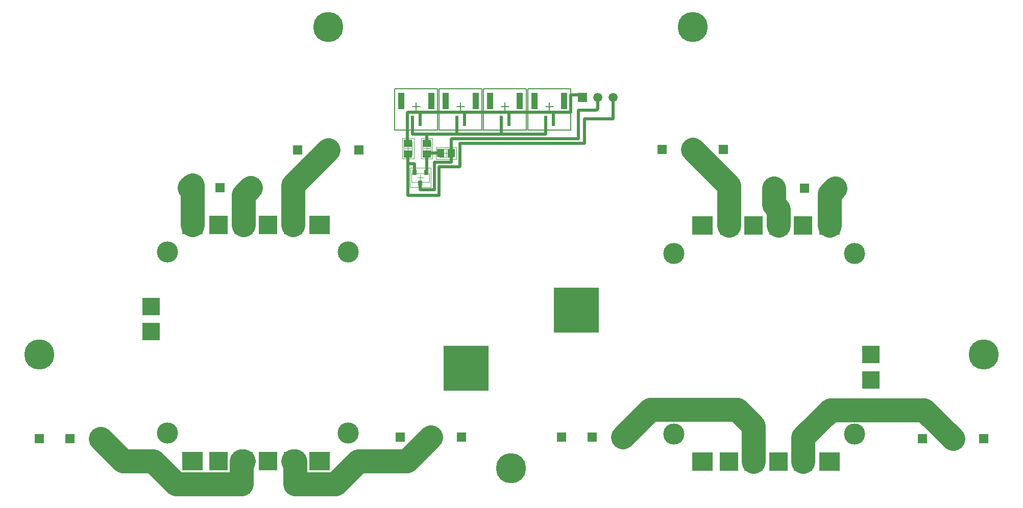
<source format=gtl>
G04*
G04 #@! TF.GenerationSoftware,Altium Limited,Altium Designer,18.1.9 (240)*
G04*
G04 Layer_Physical_Order=1*
G04 Layer_Color=255*
%FSLAX43Y43*%
%MOMM*%
G71*
G01*
G75*
%ADD11C,0.200*%
%ADD13C,0.254*%
%ADD18C,0.100*%
%ADD19C,0.050*%
%ADD20R,0.802X0.972*%
%ADD21R,1.350X1.150*%
%ADD22R,1.150X1.350*%
%ADD23R,1.000X2.800*%
%ADD24R,0.600X1.700*%
%ADD39C,0.508*%
%ADD40C,4.000*%
%ADD41R,7.500X7.500*%
%ADD42R,1.500X1.500*%
%ADD43C,1.500*%
%ADD44R,1.524X1.524*%
%ADD45C,3.508*%
%ADD46R,3.000X3.000*%
%ADD47R,3.500X3.100*%
%ADD48R,3.100X3.100*%
%ADD49C,5.000*%
D11*
X100828Y142264D02*
Y149122D01*
X107940D01*
Y142264D02*
Y149122D01*
X100828Y142264D02*
X107940D01*
X103749Y146201D02*
X105019D01*
X104384Y145566D02*
Y146836D01*
X93462Y142264D02*
Y149122D01*
X100574D01*
Y142264D02*
Y149122D01*
X93462Y142264D02*
X100574D01*
X96383Y146201D02*
X97653D01*
X97018Y145566D02*
Y146836D01*
X86116Y142264D02*
Y149122D01*
X93228D01*
Y142264D02*
Y149122D01*
X86116Y142264D02*
X93228D01*
X89037Y146201D02*
X90307D01*
X89672Y145566D02*
Y146836D01*
X78750Y142264D02*
Y149122D01*
X85862D01*
Y142264D02*
Y149122D01*
X78750Y142264D02*
X85862D01*
X81671Y146201D02*
X82941D01*
X82306Y145566D02*
Y146836D01*
D13*
X89007Y143724D02*
X89047Y143764D01*
D18*
X81492Y135070D02*
X84492D01*
X81492Y133670D02*
X84492D01*
Y135070D01*
X81492Y133670D02*
Y135070D01*
X80269Y140292D02*
X81619D01*
X80269Y138092D02*
X81619D01*
Y140292D01*
X80269Y138092D02*
Y140292D01*
X83399Y140292D02*
X84749D01*
X83399Y138092D02*
X84749D01*
Y140292D01*
X83399Y138092D02*
Y140292D01*
X86149Y137755D02*
Y139105D01*
X88349Y137755D02*
Y139105D01*
X86149D02*
X88349D01*
X86149Y137755D02*
X88349D01*
X82992Y133870D02*
Y134870D01*
X82492Y134370D02*
X83492D01*
X80944Y138692D02*
Y139692D01*
X80444Y139192D02*
X81444D01*
X84074Y138692D02*
Y139692D01*
X83574Y139192D02*
X84574D01*
X86749Y138430D02*
X87749D01*
X87249Y137930D02*
Y138930D01*
D19*
X81242Y135970D02*
X84742D01*
X81242Y132770D02*
X84742D01*
Y135970D01*
X81242Y132770D02*
Y135970D01*
X79994Y140892D02*
X81894D01*
X79994Y137492D02*
X81894D01*
Y140892D01*
X79994Y137492D02*
Y140892D01*
X83124Y140892D02*
X85024D01*
X83124Y137492D02*
X85024D01*
Y140892D01*
X83124Y137492D02*
Y140892D01*
X85549Y137480D02*
Y139380D01*
X88949Y137480D02*
Y139380D01*
X85549D02*
X88949D01*
X85549Y137480D02*
X88949D01*
D20*
X83942Y135255D02*
D03*
X82042D02*
D03*
X82992Y133485D02*
D03*
D21*
X80944Y140067D02*
D03*
Y138317D02*
D03*
X84074Y140067D02*
D03*
Y138317D02*
D03*
D22*
X86374Y138430D02*
D03*
X88124D02*
D03*
D23*
X106859Y147114D02*
D03*
X101909D02*
D03*
X99493D02*
D03*
X94543D02*
D03*
X92147D02*
D03*
X87197D02*
D03*
X84781D02*
D03*
X79831D02*
D03*
D24*
X105009Y143764D02*
D03*
X103759D02*
D03*
X97643D02*
D03*
X96393D02*
D03*
X90297D02*
D03*
X89047D02*
D03*
X82931D02*
D03*
X81681D02*
D03*
D39*
X84201Y141625D02*
X89007D01*
X84074Y141498D02*
X84201Y141625D01*
X89007D02*
Y143724D01*
X109220Y140815D02*
Y145542D01*
X110236Y140053D02*
Y144145D01*
X114935D01*
X109220Y145542D02*
X112141D01*
X88237Y140815D02*
X109220D01*
X89597Y140053D02*
X110236D01*
X80944Y131445D02*
X86106D01*
Y136144D01*
X82931Y132334D02*
X85344D01*
Y136906D01*
X88124D01*
Y138430D01*
X86106Y136144D02*
X89470D01*
X89597Y136271D02*
Y140053D01*
X89470Y136144D02*
X89597Y136271D01*
X88124Y138430D02*
Y140702D01*
X88237Y140815D01*
X84074Y140067D02*
Y141498D01*
Y135387D02*
Y138317D01*
X80944Y136652D02*
X82042D01*
Y135255D02*
Y136652D01*
X80944Y131445D02*
Y136652D01*
X82931Y132334D02*
Y133424D01*
X80944Y136652D02*
Y138317D01*
X80873Y140138D02*
Y145135D01*
X80944Y145206D02*
X82931D01*
X80873Y145135D02*
X80944Y145206D01*
X82931Y133424D02*
X82992Y133485D01*
X83942Y135255D02*
X84074Y135387D01*
X80873Y140138D02*
X80944Y140067D01*
X84074Y138317D02*
X84187Y138430D01*
X86374D01*
X81681Y141625D02*
X84201D01*
X82931Y143764D02*
Y145206D01*
X90252D01*
X114935Y144145D02*
Y147701D01*
X112141Y145542D02*
X112395Y145796D01*
Y147701D01*
X109474Y148082D02*
X109855Y147701D01*
X107950Y148082D02*
X109474D01*
X107950Y145206D02*
Y148082D01*
X104831Y145206D02*
X107950D01*
X97663D02*
X104831D01*
X105009Y145028D01*
Y143764D02*
Y145028D01*
X97643Y143764D02*
X97663Y143784D01*
Y145206D01*
X90252D02*
X97663D01*
X90297Y143764D02*
Y145161D01*
X90252Y145206D02*
X90297Y145161D01*
X81681Y141625D02*
Y143764D01*
X89007Y141625D02*
X96393D01*
X103759D02*
Y143764D01*
X96393Y141625D02*
X103759D01*
X96393D02*
Y143764D01*
D40*
X45150Y126550D02*
Y133161D01*
X44704Y132715D02*
X45150Y133161D01*
X53354Y83546D02*
Y87350D01*
X62246Y83546D02*
Y87350D01*
X128143Y139065D02*
X134150Y133058D01*
Y126471D02*
Y133058D01*
X61850Y133097D02*
X67691Y138938D01*
X61850Y126550D02*
Y133097D01*
X29972Y91059D02*
X33681Y87350D01*
X38662D01*
X42466Y83546D01*
X53354D01*
Y87350D02*
X53650D01*
X80746D02*
X84709Y91313D01*
X72738Y87350D02*
X80746D01*
X68934Y83546D02*
X72738Y87350D01*
X62246Y83546D02*
X68934D01*
X61850Y87350D02*
X62246D01*
X150850Y126471D02*
Y131673D01*
X151765Y132588D01*
X53650Y126550D02*
Y131501D01*
X54864Y132715D01*
X146450Y87271D02*
Y91281D01*
X151003Y95834D01*
X166548D01*
X171323Y91059D01*
X138250Y87271D02*
Y93195D01*
X135560Y95885D02*
X138250Y93195D01*
X121158Y95885D02*
X135560D01*
X116586Y91313D02*
X121158Y95885D01*
X141605Y129879D02*
Y132588D01*
Y129879D02*
X142350Y129134D01*
Y126471D02*
Y129134D01*
D41*
X90551Y102743D02*
D03*
X108839Y112395D02*
D03*
D42*
X109855Y147701D02*
D03*
D43*
X112395D02*
D03*
X114935D02*
D03*
D44*
X123063Y139065D02*
D03*
X128143D02*
D03*
X133223D02*
D03*
X62611Y138938D02*
D03*
X67691D02*
D03*
X72771D02*
D03*
X176403Y91059D02*
D03*
X171323D02*
D03*
X166243D02*
D03*
X19812D02*
D03*
X24892D02*
D03*
X29972D02*
D03*
X79629Y91313D02*
D03*
X84709D02*
D03*
X89789D02*
D03*
X106426D02*
D03*
X111506D02*
D03*
X116586D02*
D03*
X54864Y132715D02*
D03*
X49784D02*
D03*
X44704D02*
D03*
X151765Y132588D02*
D03*
X146685D02*
D03*
X141605D02*
D03*
D45*
X155000Y91821D02*
D03*
Y121821D02*
D03*
X125000Y91821D02*
D03*
Y121821D02*
D03*
X41000Y122000D02*
D03*
Y92000D02*
D03*
X71000Y122000D02*
D03*
Y92000D02*
D03*
D46*
X157700Y100821D02*
D03*
Y105021D02*
D03*
X38300Y113000D02*
D03*
Y108800D02*
D03*
D47*
X150850Y87271D02*
D03*
X129750D02*
D03*
X150850Y126471D02*
D03*
X129750D02*
D03*
X45150Y126550D02*
D03*
X66250D02*
D03*
X45150Y87350D02*
D03*
X66250D02*
D03*
D48*
X146450Y87271D02*
D03*
X138250D02*
D03*
X142350D02*
D03*
X134150D02*
D03*
X146450Y126471D02*
D03*
X142350D02*
D03*
X134150D02*
D03*
X138250D02*
D03*
X49550Y126550D02*
D03*
X57750D02*
D03*
X53650D02*
D03*
X61850D02*
D03*
X49550Y87350D02*
D03*
X53650D02*
D03*
X61850D02*
D03*
X57750D02*
D03*
D49*
X19812Y105021D02*
D03*
X67691Y159385D02*
D03*
X176403Y105021D02*
D03*
X98044Y86106D02*
D03*
X128143Y159385D02*
D03*
M02*

</source>
